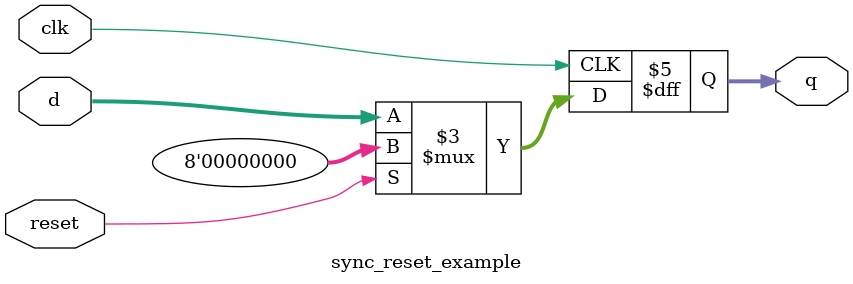
<source format=v>

module sync_reset_example(input wire clk, // Clock signal
input wire reset, // Synchronous reset signal
input wire [7:0] d, // Data input
output reg [7:0] q // Data output
);
always @(posedge clk) begin
if (reset)
q <= 8'b0; // Reset the output to 0 when reset is active
else
q <= d; // Update the output with the input data
end
endmodule

</source>
